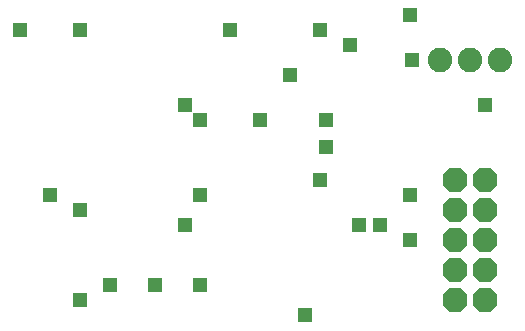
<source format=gbs>
G75*
%MOIN*%
%OFA0B0*%
%FSLAX25Y25*%
%IPPOS*%
%LPD*%
%AMOC8*
5,1,8,0,0,1.08239X$1,22.5*
%
%ADD10OC8,0.08200*%
%ADD11C,0.08200*%
%ADD12R,0.05162X0.05162*%
D10*
X0160500Y0026000D03*
X0170500Y0026000D03*
X0170500Y0036000D03*
X0160500Y0036000D03*
X0160500Y0046000D03*
X0170500Y0046000D03*
X0170500Y0056000D03*
X0160500Y0056000D03*
X0160500Y0066000D03*
X0170500Y0066000D03*
D11*
X0165500Y0106000D03*
X0155500Y0106000D03*
X0175500Y0106000D03*
D12*
X0035500Y0026000D03*
X0045500Y0031000D03*
X0060500Y0031000D03*
X0075500Y0031000D03*
X0070500Y0051000D03*
X0075500Y0061000D03*
X0075500Y0086000D03*
X0070500Y0091000D03*
X0095500Y0086000D03*
X0117500Y0086000D03*
X0117500Y0077000D03*
X0115500Y0066000D03*
X0128500Y0051000D03*
X0135500Y0051000D03*
X0145500Y0046000D03*
X0145500Y0061000D03*
X0170500Y0091000D03*
X0146000Y0106000D03*
X0125500Y0111000D03*
X0115500Y0116000D03*
X0105500Y0101000D03*
X0085500Y0116000D03*
X0035500Y0116000D03*
X0015500Y0116000D03*
X0025500Y0061000D03*
X0035500Y0056000D03*
X0110500Y0021000D03*
X0145500Y0121000D03*
M02*

</source>
